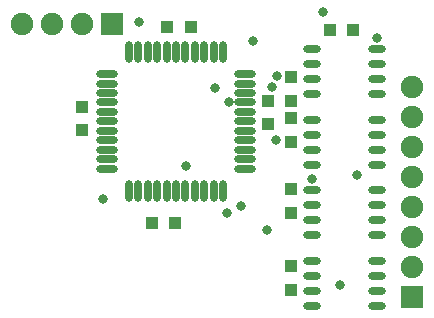
<source format=gbs>
G04 Layer_Color=16711935*
%FSLAX25Y25*%
%MOIN*%
G70*
G01*
G75*
%ADD45R,0.04134X0.04331*%
%ADD47R,0.04331X0.04134*%
%ADD53R,0.07480X0.07480*%
%ADD54C,0.07480*%
%ADD55R,0.07480X0.07480*%
%ADD56C,0.03150*%
%ADD57O,0.02559X0.07283*%
%ADD58O,0.07283X0.02559*%
%ADD59O,0.05905X0.02756*%
D45*
X50886Y32087D02*
D03*
X58760D02*
D03*
X56102Y97441D02*
D03*
X63976D02*
D03*
X118110Y96457D02*
D03*
X110236D02*
D03*
D47*
X97441Y9843D02*
D03*
Y17717D02*
D03*
Y35433D02*
D03*
Y43307D02*
D03*
Y59055D02*
D03*
Y66929D02*
D03*
X89567Y72835D02*
D03*
Y64961D02*
D03*
X27559Y62992D02*
D03*
Y70866D02*
D03*
X97441Y80709D02*
D03*
Y72835D02*
D03*
D53*
X137795Y7244D02*
D03*
D54*
Y17244D02*
D03*
Y27244D02*
D03*
Y37244D02*
D03*
Y47244D02*
D03*
Y57244D02*
D03*
Y67244D02*
D03*
Y77244D02*
D03*
X7559Y98425D02*
D03*
X27559D02*
D03*
X17559D02*
D03*
D55*
X37559D02*
D03*
D56*
X104331Y46891D02*
D03*
X119210Y48228D02*
D03*
X107972Y102461D02*
D03*
X46555Y99213D02*
D03*
X92716Y81004D02*
D03*
X84547Y92716D02*
D03*
X125984Y93884D02*
D03*
X113681Y11319D02*
D03*
X89370Y29724D02*
D03*
X75984Y35531D02*
D03*
X80610Y37894D02*
D03*
X72146Y77067D02*
D03*
X76870Y72244D02*
D03*
X91142Y77461D02*
D03*
X92520Y59646D02*
D03*
X62303Y51181D02*
D03*
X34564Y40157D02*
D03*
D57*
X43307Y89075D02*
D03*
X46457D02*
D03*
X49606D02*
D03*
X52756D02*
D03*
X55905D02*
D03*
X59055D02*
D03*
X62205D02*
D03*
X65354D02*
D03*
X68504D02*
D03*
X71653D02*
D03*
X74803D02*
D03*
Y42815D02*
D03*
X71653D02*
D03*
X68504D02*
D03*
X65354D02*
D03*
X62205D02*
D03*
X59055D02*
D03*
X55905D02*
D03*
X52756D02*
D03*
X49606D02*
D03*
X46457D02*
D03*
X43307D02*
D03*
D58*
X82185Y81693D02*
D03*
Y78543D02*
D03*
Y75394D02*
D03*
Y72244D02*
D03*
Y69095D02*
D03*
Y65945D02*
D03*
Y62795D02*
D03*
Y59646D02*
D03*
Y56496D02*
D03*
Y53347D02*
D03*
Y50197D02*
D03*
X35925D02*
D03*
Y53347D02*
D03*
Y56496D02*
D03*
Y59646D02*
D03*
Y62795D02*
D03*
Y65945D02*
D03*
Y69095D02*
D03*
Y72244D02*
D03*
Y75394D02*
D03*
Y78543D02*
D03*
Y81693D02*
D03*
D59*
X125984Y19311D02*
D03*
Y4311D02*
D03*
X104331Y19311D02*
D03*
Y14311D02*
D03*
Y9311D02*
D03*
Y4311D02*
D03*
X125984Y14311D02*
D03*
Y9311D02*
D03*
Y42933D02*
D03*
Y37933D02*
D03*
Y32933D02*
D03*
Y27933D02*
D03*
X104331Y42933D02*
D03*
Y37933D02*
D03*
Y32933D02*
D03*
Y27933D02*
D03*
Y75177D02*
D03*
Y80177D02*
D03*
Y85177D02*
D03*
Y90177D02*
D03*
X125984Y75177D02*
D03*
Y80177D02*
D03*
Y85177D02*
D03*
Y90177D02*
D03*
Y66555D02*
D03*
Y61555D02*
D03*
Y56555D02*
D03*
Y51555D02*
D03*
X104331Y66555D02*
D03*
Y61555D02*
D03*
Y56555D02*
D03*
Y51555D02*
D03*
M02*

</source>
